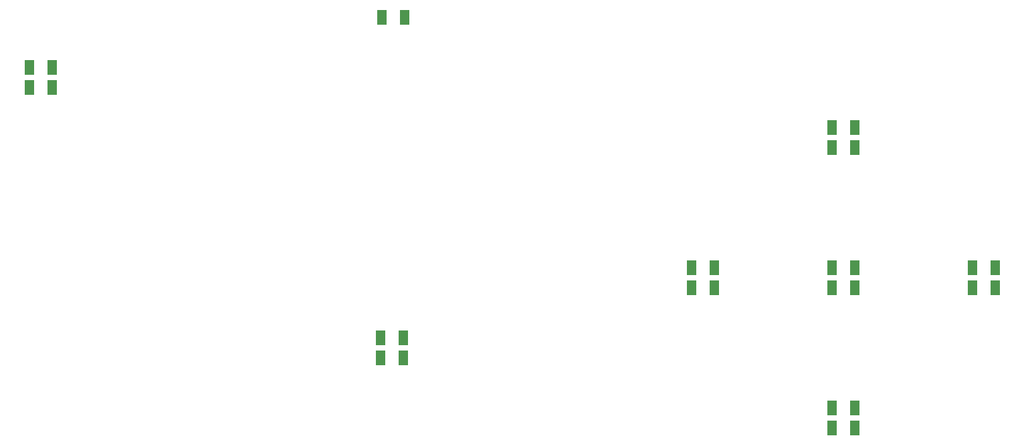
<source format=gtp>
G04*
G04 #@! TF.GenerationSoftware,Altium Limited,Altium Designer,22.9.1 (49)*
G04*
G04 Layer_Color=8421504*
%FSLAX24Y24*%
%MOIN*%
G70*
G04*
G04 #@! TF.SameCoordinates,D869CEA3-EDD9-45C0-ACDC-C570693A3B7D*
G04*
G04*
G04 #@! TF.FilePolarity,Positive*
G04*
G01*
G75*
%ADD15R,0.0472X0.0717*%
D15*
X37075Y18000D02*
D03*
X35925D02*
D03*
Y17000D02*
D03*
X37075D02*
D03*
X19575Y30500D02*
D03*
X18425D02*
D03*
X37150Y34000D02*
D03*
X36000D02*
D03*
X58425Y13500D02*
D03*
X59575D02*
D03*
X65425Y20500D02*
D03*
X66575D02*
D03*
X58425D02*
D03*
X59575D02*
D03*
X51425D02*
D03*
X52575D02*
D03*
X18425Y31500D02*
D03*
X19575D02*
D03*
X58425Y27500D02*
D03*
X59575D02*
D03*
Y14500D02*
D03*
X58425D02*
D03*
X66575Y21500D02*
D03*
X65425D02*
D03*
X59575D02*
D03*
X58425D02*
D03*
X52575D02*
D03*
X51425D02*
D03*
X59575Y28500D02*
D03*
X58425D02*
D03*
M02*

</source>
